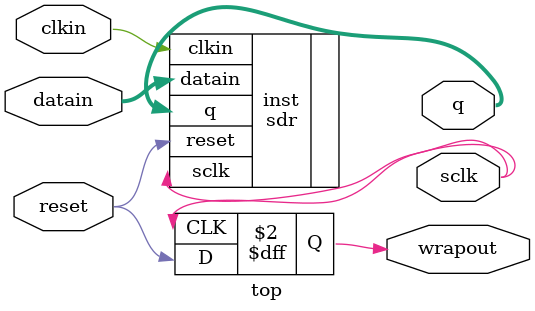
<source format=v>
module top(
    input wire clkin,
    input wire reset,
    input wire [7:0] datain,
    output reg wrapout,
	output wire sclk,
    output wire [7:0] q
);

//wire sclk;
sdr inst (.clkin(clkin), .reset(reset), .sclk(sclk), .datain(datain), .q(q));

always@(posedge sclk)
  wrapout <= reset;

endmodule

</source>
